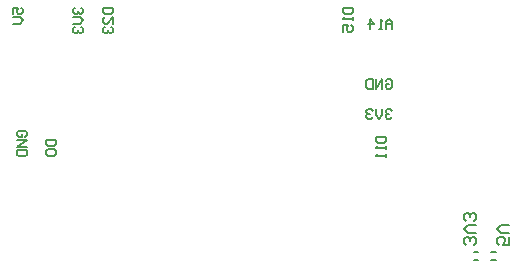
<source format=gbo>
G04*
G04 #@! TF.GenerationSoftware,Altium Limited,Altium Designer,18.0.7 (293)*
G04*
G04 Layer_Color=32896*
%FSLAX25Y25*%
%MOIN*%
G70*
G01*
G75*
%ADD11C,0.00787*%
%ADD13C,0.00598*%
%ADD14C,0.00600*%
D11*
X161260Y70701D02*
X162835D01*
X161260Y73457D02*
X162835D01*
X167165D02*
X168740D01*
X167165Y70701D02*
X168740D01*
D13*
X128800Y112000D02*
X132000D01*
Y110400D01*
X131467Y109867D01*
X129333D01*
X128800Y110400D01*
Y112000D01*
X132000Y108800D02*
Y107734D01*
Y108267D01*
X128800D01*
X129333Y108800D01*
X132000Y106134D02*
Y105067D01*
Y105601D01*
X128800D01*
X129333Y106134D01*
X18800Y111000D02*
X22000D01*
Y109400D01*
X21467Y108867D01*
X19333D01*
X18800Y109400D01*
Y111000D01*
X19333Y107800D02*
X18800Y107267D01*
Y106200D01*
X19333Y105667D01*
X21467D01*
X22000Y106200D01*
Y107267D01*
X21467Y107800D01*
X19333D01*
X7800Y152867D02*
Y155000D01*
X9400D01*
X8867Y153933D01*
Y153400D01*
X9400Y152867D01*
X10467D01*
X11000Y153400D01*
Y154467D01*
X10467Y155000D01*
X7800Y151800D02*
X9933D01*
X11000Y150734D01*
X9933Y149667D01*
X7800D01*
X28334Y155000D02*
X27800Y154467D01*
Y153400D01*
X28334Y152867D01*
X28867D01*
X29400Y153400D01*
Y153933D01*
Y153400D01*
X29933Y152867D01*
X30467D01*
X31000Y153400D01*
Y154467D01*
X30467Y155000D01*
X27800Y151800D02*
X29933D01*
X31000Y150734D01*
X29933Y149667D01*
X27800D01*
X28334Y148600D02*
X27800Y148067D01*
Y147001D01*
X28334Y146467D01*
X28867D01*
X29400Y147001D01*
Y147534D01*
Y147001D01*
X29933Y146467D01*
X30467D01*
X31000Y147001D01*
Y148067D01*
X30467Y148600D01*
X37800Y155000D02*
X41000D01*
Y153400D01*
X40467Y152867D01*
X38333D01*
X37800Y153400D01*
Y155000D01*
X41000Y149667D02*
Y151800D01*
X38867Y149667D01*
X38333D01*
X37800Y150200D01*
Y151267D01*
X38333Y151800D01*
Y148600D02*
X37800Y148067D01*
Y147001D01*
X38333Y146467D01*
X38867D01*
X39400Y147001D01*
Y147534D01*
Y147001D01*
X39933Y146467D01*
X40467D01*
X41000Y147001D01*
Y148067D01*
X40467Y148600D01*
X117800Y155000D02*
X121000D01*
Y153400D01*
X120467Y152867D01*
X118333D01*
X117800Y153400D01*
Y155000D01*
X121000Y151800D02*
Y150734D01*
Y151267D01*
X117800D01*
X118333Y151800D01*
X117800Y147001D02*
Y149134D01*
X119400D01*
X118867Y148067D01*
Y147534D01*
X119400Y147001D01*
X120467D01*
X121000Y147534D01*
Y148600D01*
X120467Y149134D01*
X134000Y148000D02*
Y150133D01*
X132933Y151200D01*
X131867Y150133D01*
Y148000D01*
Y149600D01*
X134000D01*
X130800Y148000D02*
X129734D01*
X130267D01*
Y151200D01*
X130800Y150666D01*
X126534Y148000D02*
Y151200D01*
X128134Y149600D01*
X126001D01*
X134000Y120667D02*
X133467Y121200D01*
X132400D01*
X131867Y120667D01*
Y120133D01*
X132400Y119600D01*
X132933D01*
X132400D01*
X131867Y119067D01*
Y118533D01*
X132400Y118000D01*
X133467D01*
X134000Y118533D01*
X130800Y121200D02*
Y119067D01*
X129734Y118000D01*
X128667Y119067D01*
Y121200D01*
X127601Y120667D02*
X127067Y121200D01*
X126001D01*
X125467Y120667D01*
Y120133D01*
X126001Y119600D01*
X126534D01*
X126001D01*
X125467Y119067D01*
Y118533D01*
X126001Y118000D01*
X127067D01*
X127601Y118533D01*
X131867Y130666D02*
X132400Y131200D01*
X133467D01*
X134000Y130666D01*
Y128533D01*
X133467Y128000D01*
X132400D01*
X131867Y128533D01*
Y129600D01*
X132933D01*
X130800Y128000D02*
Y131200D01*
X128667Y128000D01*
Y131200D01*
X127601D02*
Y128000D01*
X126001D01*
X125467Y128533D01*
Y130666D01*
X126001Y131200D01*
X127601D01*
X11666Y111867D02*
X12200Y112400D01*
Y113467D01*
X11666Y114000D01*
X9533D01*
X9000Y113467D01*
Y112400D01*
X9533Y111867D01*
X10600D01*
Y112933D01*
X9000Y110800D02*
X12200D01*
X9000Y108667D01*
X12200D01*
Y107600D02*
X9000D01*
Y106001D01*
X9533Y105467D01*
X11666D01*
X12200Y106001D01*
Y107600D01*
D14*
X172999Y78666D02*
Y76000D01*
X170999D01*
X171666Y77333D01*
Y77999D01*
X170999Y78666D01*
X169667D01*
X169000Y77999D01*
Y76666D01*
X169667Y76000D01*
X172999Y79999D02*
X170333D01*
X169000Y81332D01*
X170333Y82665D01*
X172999D01*
X161332Y76000D02*
X161999Y76666D01*
Y77999D01*
X161332Y78666D01*
X160666D01*
X159999Y77999D01*
Y77333D01*
Y77999D01*
X159333Y78666D01*
X158667D01*
X158000Y77999D01*
Y76666D01*
X158667Y76000D01*
X161999Y79999D02*
X159333D01*
X158000Y81332D01*
X159333Y82665D01*
X161999D01*
X161332Y83997D02*
X161999Y84664D01*
Y85997D01*
X161332Y86663D01*
X160666D01*
X159999Y85997D01*
Y85330D01*
Y85997D01*
X159333Y86663D01*
X158667D01*
X158000Y85997D01*
Y84664D01*
X158667Y83997D01*
M02*

</source>
